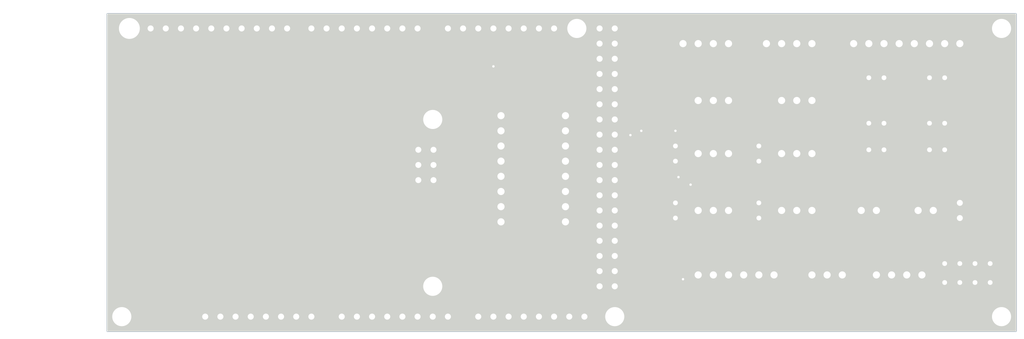
<source format=kicad_pcb>
(kicad_pcb (version 20171130) (host pcbnew "(5.0.1)-3")
  (layers (0 F.Cu signal) (31 B.Cu signal) (34 B.Paste user) (35 F.Paste user) (36 B.SilkS user) (37 F.SilkS user) (38 B.Mask user) (39 F.Mask user) (44 Edge.Cuts user))
  (net 0 "")
  (net 1 "Net-(XA1-PadGND3)")
  (net 2 "Net-(XA1-PadGND2)")
  (net 3 "Net-(XA1-PadRST1)")
  (net 4 "Net-(XA1-PadIORF)")
  (net 5 "Net-(XA1-PadD15)")
  (net 6 "Net-(XA1-PadD14)")
  (net 7 "Net-(XA1-PadD0)")
  (net 8 "Net-(XA1-PadD1)")
  (net 9 "Net-(XA1-PadD2)")
  (net 10 "Net-(XA1-PadD3)")
  (net 11 GND)
  (net 12 "Net-(XA1-PadAREF)")
  (net 13 "Net-(XA1-PadA5)")
  (net 14 "Net-(XA1-PadA6)")
  (net 15 "Net-(XA1-PadA11)")
  (net 16 "Net-(XA1-PadA12)")
  (net 17 "Net-(XA1-PadA13)")
  (net 18 "Net-(XA1-PadA14)")
  (net 19 "Net-(XA1-Pad5V3)")
  (net 20 "Net-(XA1-Pad5V4)")
  (net 21 "Net-(XA1-PadD22)")
  (net 22 "Net-(XA1-PadD23)")
  (net 23 "Net-(XA1-PadD24)")
  (net 24 "Net-(XA1-PadD25)")
  (net 25 "Net-(XA1-PadD27)")
  (net 26 "Net-(XA1-PadD45)")
  (net 27 "Net-(XA1-PadGND5)")
  (net 28 "Net-(XA1-PadGND6)")
  (net 29 +5V)
  (net 30 "Net-(R5-Pad1)")
  (net 31 "Net-(J4-Pad2)")
  (net 32 "Net-(J4-Pad3)")
  (net 33 "Net-(J4-Pad7)")
  (net 34 "Net-(J4-Pad6)")
  (net 35 Tacho_L1)
  (net 36 Tacho_L2)
  (net 37 "Net-(R6-Pad1)")
  (net 38 PWM_L2)
  (net 39 PWM_L1)
  (net 40 +12V)
  (net 41 "Net-(J10-Pad3)")
  (net 42 "Net-(J10-Pad2)")
  (net 43 "Net-(XA1-PadD53)")
  (net 44 L2)
  (net 45 "Net-(XA1-PadD47)")
  (net 46 "Net-(XA1-PadD49)")
  (net 47 "Net-(XA1-PadD51)")
  (net 48 TEMP4)
  (net 49 TEMP1)
  (net 50 TEMP2)
  (net 51 TEMP3)
  (net 52 "Net-(XA1-PadD37)")
  (net 53 "Net-(XA1-PadD39)")
  (net 54 DHT1)
  (net 55 DHT2)
  (net 56 "Net-(XA1-PadD35)")
  (net 57 "Net-(XA1-PadD36)")
  (net 58 "Net-(XA1-PadD38)")
  (net 59 L1)
  (net 60 TGS2600)
  (net 61 DRUCK2)
  (net 62 DRUCK1)
  (net 63 BP_POW)
  (net 64 BP_DIR)
  (net 65 SDA)
  (net 66 SCL)
  (net 67 CO2_RX)
  (net 68 CO2_TX)
  (net 69 "Net-(XA1-PadD52)")
  (net 70 "Net-(XA1-PadD50)")
  (net 71 "Net-(XA1-PadD4)")
  (net 72 "Net-(JP1-Pad1)")
  (net 73 "Net-(XA1-PadD5)")
  (net 74 "Net-(XA1-PadA7)")
  (net 75 "Net-(XA1-PadD26)")
  (net 76 "Net-(XA1-PadD34)")
  (net 77 "Net-(XA1-PadD48)")
  (net 78 "Net-(XA1-PadSCL)")
  (net 79 "Net-(XA1-PadSDA)")
  (net 80 "Net-(XA1-PadA8)")
  (net 81 +3V3)
  (net 82 LCD_RST)
  (net 83 LCD_CS)
  (net 84 LCD_RS)
  (net 85 LCD_WR)
  (net 86 LCD_RD)
  (net 87 LCD_D1)
  (net 88 LCD_D0)
  (net 89 LCD_D7)
  (net 90 LCD_D6)
  (net 91 LCD_D5)
  (net 92 LCD_D2)
  (net 93 LCD_D3)
  (net 94 LCD_D4)
  (module Resistors_THT:R_Axial_DIN0207_L6.3mm_D2.5mm_P2.54mm_Vertical (layer F.Cu) (at 182.88 93.345 90)
    (fp_text reference R1 (at 1.143 -2.794 180) (layer F.SilkS))
    (fp_text value 4.7k)
    (pad 1 thru_hole circle (at 0 0 90) (size 1.6 1.6) (drill 0.8) (layers *.Cu *.Mask) (net 29 +5V))
    (pad 2 thru_hole oval (at 2.54 0 90) (size 1.6 1.6) (drill 0.8) (layers *.Cu *.Mask) (net 49 TEMP1))
  )
  (module Arduino:Arduino_Mega2560_Shield_no_ICSP (layer F.Cu) (at 76.2 121.92)
    (fp_text reference XA1)
    (fp_text value Arduino_Mega2560_Shield)
    (fp_text user . (at 62.484 -32.004) (layer F.SilkS))
    (pad A0 thru_hole oval (at 50.8 -2.54) (size 1.7272 1.7272) (drill 1.016) (layers *.Cu *.Mask) (net 86 LCD_RD))
    (pad VIN thru_hole oval (at 45.72 -2.54) (size 1.7272 1.7272) (drill 1.016) (layers *.Cu *.Mask) (net 72 "Net-(JP1-Pad1)"))
    (pad GND3 thru_hole oval (at 43.18 -2.54) (size 1.7272 1.7272) (drill 1.016) (layers *.Cu *.Mask) (net 1 "Net-(XA1-PadGND3)"))
    (pad GND2 thru_hole oval (at 40.64 -2.54) (size 1.7272 1.7272) (drill 1.016) (layers *.Cu *.Mask) (net 2 "Net-(XA1-PadGND2)"))
    (pad 5V1 thru_hole oval (at 38.1 -2.54) (size 1.7272 1.7272) (drill 1.016) (layers *.Cu *.Mask) (net 29 +5V))
    (pad 3V3 thru_hole oval (at 35.56 -2.54) (size 1.7272 1.7272) (drill 1.016) (layers *.Cu *.Mask) (net 81 +3V3))
    (pad RST1 thru_hole oval (at 33.02 -2.54) (size 1.7272 1.7272) (drill 1.016) (layers *.Cu *.Mask) (net 3 "Net-(XA1-PadRST1)"))
    (pad IORF thru_hole oval (at 30.48 -2.54) (size 1.7272 1.7272) (drill 1.016) (layers *.Cu *.Mask) (net 4 "Net-(XA1-PadIORF)"))
    (pad D21 thru_hole oval (at 86.36 -50.8) (size 1.7272 1.7272) (drill 1.016) (layers *.Cu *.Mask) (net 66 SCL))
    (pad D20 thru_hole oval (at 83.82 -50.8) (size 1.7272 1.7272) (drill 1.016) (layers *.Cu *.Mask) (net 65 SDA))
    (pad D19 thru_hole oval (at 81.28 -50.8) (size 1.7272 1.7272) (drill 1.016) (layers *.Cu *.Mask) (net 36 Tacho_L2))
    (pad D18 thru_hole oval (at 78.74 -50.8) (size 1.7272 1.7272) (drill 1.016) (layers *.Cu *.Mask) (net 35 Tacho_L1))
    (pad D17 thru_hole oval (at 76.2 -50.8) (size 1.7272 1.7272) (drill 1.016) (layers *.Cu *.Mask) (net 68 CO2_TX))
    (pad D16 thru_hole oval (at 73.66 -50.8) (size 1.7272 1.7272) (drill 1.016) (layers *.Cu *.Mask) (net 67 CO2_RX))
    (pad D15 thru_hole oval (at 71.12 -50.8) (size 1.7272 1.7272) (drill 1.016) (layers *.Cu *.Mask) (net 5 "Net-(XA1-PadD15)"))
    (pad D14 thru_hole oval (at 68.58 -50.8) (size 1.7272 1.7272) (drill 1.016) (layers *.Cu *.Mask) (net 6 "Net-(XA1-PadD14)"))
    (pad D0 thru_hole oval (at 63.5 -50.8) (size 1.7272 1.7272) (drill 1.016) (layers *.Cu *.Mask) (net 7 "Net-(XA1-PadD0)"))
    (pad D1 thru_hole oval (at 60.96 -50.8) (size 1.7272 1.7272) (drill 1.016) (layers *.Cu *.Mask) (net 8 "Net-(XA1-PadD1)"))
    (pad D2 thru_hole oval (at 58.42 -50.8) (size 1.7272 1.7272) (drill 1.016) (layers *.Cu *.Mask) (net 9 "Net-(XA1-PadD2)"))
    (pad D3 thru_hole oval (at 55.88 -50.8) (size 1.7272 1.7272) (drill 1.016) (layers *.Cu *.Mask) (net 10 "Net-(XA1-PadD3)"))
    (pad D4 thru_hole oval (at 53.34 -50.8) (size 1.7272 1.7272) (drill 1.016) (layers *.Cu *.Mask) (net 71 "Net-(XA1-PadD4)"))
    (pad D5 thru_hole oval (at 50.8 -50.8) (size 1.7272 1.7272) (drill 1.016) (layers *.Cu *.Mask) (net 73 "Net-(XA1-PadD5)"))
    (pad D6 thru_hole oval (at 48.26 -50.8) (size 1.7272 1.7272) (drill 1.016) (layers *.Cu *.Mask) (net 87 LCD_D1))
    (pad D7 thru_hole oval (at 45.72 -50.8) (size 1.7272 1.7272) (drill 1.016) (layers *.Cu *.Mask) (net 88 LCD_D0))
    (pad GND1 thru_hole oval (at 26.416 -50.8) (size 1.7272 1.7272) (drill 1.016) (layers *.Cu *.Mask) (net 11 GND))
    (pad D8 thru_hole oval (at 41.656 -50.8) (size 1.7272 1.7272) (drill 1.016) (layers *.Cu *.Mask) (net 89 LCD_D7))
    (pad D9 thru_hole oval (at 39.116 -50.8) (size 1.7272 1.7272) (drill 1.016) (layers *.Cu *.Mask) (net 90 LCD_D6))
    (pad D10 thru_hole oval (at 36.576 -50.8) (size 1.7272 1.7272) (drill 1.016) (layers *.Cu *.Mask) (net 91 LCD_D5))
    (pad "" np_thru_hole circle (at 90.17 -50.8) (size 3.2 3.2) (drill 3.2) (layers *.Cu *.Mask))
    (pad "" np_thru_hole circle (at 96.52 -2.54) (size 3.2 3.2) (drill 3.2) (layers *.Cu *.Mask))
    (pad "" np_thru_hole circle (at 13.97 -2.54) (size 3.2 3.2) (drill 3.2) (layers *.Cu *.Mask))
    (pad SCL thru_hole oval (at 18.796 -50.8) (size 1.7272 1.7272) (drill 1.016) (layers *.Cu *.Mask) (net 78 "Net-(XA1-PadSCL)"))
    (pad SDA thru_hole oval (at 21.336 -50.8) (size 1.7272 1.7272) (drill 1.016) (layers *.Cu *.Mask) (net 79 "Net-(XA1-PadSDA)"))
    (pad AREF thru_hole oval (at 23.876 -50.8) (size 1.7272 1.7272) (drill 1.016) (layers *.Cu *.Mask) (net 12 "Net-(XA1-PadAREF)"))
    (pad D13 thru_hole oval (at 28.956 -50.8) (size 1.7272 1.7272) (drill 1.016) (layers *.Cu *.Mask) (net 92 LCD_D2))
    (pad D12 thru_hole oval (at 31.496 -50.8) (size 1.7272 1.7272) (drill 1.016) (layers *.Cu *.Mask) (net 93 LCD_D3))
    (pad D11 thru_hole oval (at 34.036 -50.8) (size 1.7272 1.7272) (drill 1.016) (layers *.Cu *.Mask) (net 94 LCD_D4))
    (pad "" thru_hole oval (at 27.94 -2.54) (size 1.7272 1.7272) (drill 1.016) (layers *.Cu *.Mask))
    (pad A1 thru_hole oval (at 53.34 -2.54) (size 1.7272 1.7272) (drill 1.016) (layers *.Cu *.Mask) (net 85 LCD_WR))
    (pad A2 thru_hole oval (at 55.88 -2.54) (size 1.7272 1.7272) (drill 1.016) (layers *.Cu *.Mask) (net 84 LCD_RS))
    (pad A3 thru_hole oval (at 58.42 -2.54) (size 1.7272 1.7272) (drill 1.016) (layers *.Cu *.Mask) (net 83 LCD_CS))
    (pad A4 thru_hole oval (at 60.96 -2.54) (size 1.7272 1.7272) (drill 1.016) (layers *.Cu *.Mask) (net 82 LCD_RST))
    (pad A5 thru_hole oval (at 63.5 -2.54) (size 1.7272 1.7272) (drill 1.016) (layers *.Cu *.Mask) (net 13 "Net-(XA1-PadA5)"))
    (pad A6 thru_hole oval (at 66.04 -2.54) (size 1.7272 1.7272) (drill 1.016) (layers *.Cu *.Mask) (net 14 "Net-(XA1-PadA6)"))
    (pad A7 thru_hole oval (at 68.58 -2.54) (size 1.7272 1.7272) (drill 1.016) (layers *.Cu *.Mask) (net 74 "Net-(XA1-PadA7)"))
    (pad A8 thru_hole oval (at 73.66 -2.54) (size 1.7272 1.7272) (drill 1.016) (layers *.Cu *.Mask) (net 80 "Net-(XA1-PadA8)"))
    (pad A9 thru_hole oval (at 76.2 -2.54) (size 1.7272 1.7272) (drill 1.016) (layers *.Cu *.Mask) (net 62 DRUCK1))
    (pad A10 thru_hole oval (at 78.74 -2.54) (size 1.7272 1.7272) (drill 1.016) (layers *.Cu *.Mask) (net 61 DRUCK2))
    (pad A11 thru_hole oval (at 81.28 -2.54) (size 1.7272 1.7272) (drill 1.016) (layers *.Cu *.Mask) (net 15 "Net-(XA1-PadA11)"))
    (pad A12 thru_hole oval (at 83.82 -2.54) (size 1.7272 1.7272) (drill 1.016) (layers *.Cu *.Mask) (net 16 "Net-(XA1-PadA12)"))
    (pad A13 thru_hole oval (at 86.36 -2.54) (size 1.7272 1.7272) (drill 1.016) (layers *.Cu *.Mask) (net 17 "Net-(XA1-PadA13)"))
    (pad A14 thru_hole oval (at 88.9 -2.54) (size 1.7272 1.7272) (drill 1.016) (layers *.Cu *.Mask) (net 18 "Net-(XA1-PadA14)"))
    (pad A15 thru_hole oval (at 91.44 -2.54) (size 1.7272 1.7272) (drill 1.016) (layers *.Cu *.Mask) (net 60 TGS2600))
    (pad 5V3 thru_hole oval (at 93.98 -50.8) (size 1.7272 1.7272) (drill 1.016) (layers *.Cu *.Mask) (net 19 "Net-(XA1-Pad5V3)"))
    (pad 5V4 thru_hole oval (at 96.52 -50.8) (size 1.7272 1.7272) (drill 1.016) (layers *.Cu *.Mask) (net 20 "Net-(XA1-Pad5V4)"))
    (pad D22 thru_hole oval (at 93.98 -48.26) (size 1.7272 1.7272) (drill 1.016) (layers *.Cu *.Mask) (net 21 "Net-(XA1-PadD22)"))
    (pad D23 thru_hole oval (at 96.52 -48.26) (size 1.7272 1.7272) (drill 1.016) (layers *.Cu *.Mask) (net 22 "Net-(XA1-PadD23)"))
    (pad D24 thru_hole oval (at 93.98 -45.72) (size 1.7272 1.7272) (drill 1.016) (layers *.Cu *.Mask) (net 23 "Net-(XA1-PadD24)"))
    (pad D25 thru_hole oval (at 96.52 -45.72) (size 1.7272 1.7272) (drill 1.016) (layers *.Cu *.Mask) (net 24 "Net-(XA1-PadD25)"))
    (pad D26 thru_hole oval (at 93.98 -43.18) (size 1.7272 1.7272) (drill 1.016) (layers *.Cu *.Mask) (net 75 "Net-(XA1-PadD26)"))
    (pad D27 thru_hole oval (at 96.52 -43.18) (size 1.7272 1.7272) (drill 1.016) (layers *.Cu *.Mask) (net 25 "Net-(XA1-PadD27)"))
    (pad D28 thru_hole oval (at 93.98 -40.64) (size 1.7272 1.7272) (drill 1.016) (layers *.Cu *.Mask) (net 54 DHT1))
    (pad D29 thru_hole oval (at 96.52 -40.64) (size 1.7272 1.7272) (drill 1.016) (layers *.Cu *.Mask) (net 55 DHT2))
    (pad D30 thru_hole oval (at 93.98 -38.1) (size 1.7272 1.7272) (drill 1.016) (layers *.Cu *.Mask) (net 49 TEMP1))
    (pad D31 thru_hole oval (at 96.52 -38.1) (size 1.7272 1.7272) (drill 1.016) (layers *.Cu *.Mask) (net 50 TEMP2))
    (pad D32 thru_hole oval (at 93.98 -35.56) (size 1.7272 1.7272) (drill 1.016) (layers *.Cu *.Mask) (net 51 TEMP3))
    (pad D33 thru_hole oval (at 96.52 -35.56) (size 1.7272 1.7272) (drill 1.016) (layers *.Cu *.Mask) (net 48 TEMP4))
    (pad D34 thru_hole oval (at 93.98 -33.02) (size 1.7272 1.7272) (drill 1.016) (layers *.Cu *.Mask) (net 76 "Net-(XA1-PadD34)"))
    (pad D35 thru_hole oval (at 96.52 -33.02) (size 1.7272 1.7272) (drill 1.016) (layers *.Cu *.Mask) (net 56 "Net-(XA1-PadD35)"))
    (pad D36 thru_hole oval (at 93.98 -30.48) (size 1.7272 1.7272) (drill 1.016) (layers *.Cu *.Mask) (net 57 "Net-(XA1-PadD36)"))
    (pad D37 thru_hole oval (at 96.52 -30.48) (size 1.7272 1.7272) (drill 1.016) (layers *.Cu *.Mask) (net 52 "Net-(XA1-PadD37)"))
    (pad D38 thru_hole oval (at 93.98 -27.94) (size 1.7272 1.7272) (drill 1.016) (layers *.Cu *.Mask) (net 58 "Net-(XA1-PadD38)"))
    (pad D39 thru_hole oval (at 96.52 -27.94) (size 1.7272 1.7272) (drill 1.016) (layers *.Cu *.Mask) (net 53 "Net-(XA1-PadD39)"))
    (pad D40 thru_hole oval (at 93.98 -25.4) (size 1.7272 1.7272) (drill 1.016) (layers *.Cu *.Mask) (net 63 BP_POW))
    (pad D41 thru_hole oval (at 96.52 -25.4) (size 1.7272 1.7272) (drill 1.016) (layers *.Cu *.Mask) (net 64 BP_DIR))
    (pad D42 thru_hole oval (at 93.98 -22.86) (size 1.7272 1.7272) (drill 1.016) (layers *.Cu *.Mask) (net 59 L1))
    (pad D43 thru_hole oval (at 96.52 -22.86) (size 1.7272 1.7272) (drill 1.016) (layers *.Cu *.Mask) (net 44 L2))
    (pad D44 thru_hole oval (at 93.98 -20.32) (size 1.7272 1.7272) (drill 1.016) (layers *.Cu *.Mask) (net 39 PWM_L1))
    (pad D45 thru_hole oval (at 96.52 -20.32) (size 1.7272 1.7272) (drill 1.016) (layers *.Cu *.Mask) (net 26 "Net-(XA1-PadD45)"))
    (pad D46 thru_hole oval (at 93.98 -17.78) (size 1.7272 1.7272) (drill 1.016) (layers *.Cu *.Mask) (net 38 PWM_L2))
    (pad D47 thru_hole oval (at 96.52 -17.78) (size 1.7272 1.7272) (drill 1.016) (layers *.Cu *.Mask) (net 45 "Net-(XA1-PadD47)"))
    (pad D48 thru_hole oval (at 93.98 -15.24) (size 1.7272 1.7272) (drill 1.016) (layers *.Cu *.Mask) (net 77 "Net-(XA1-PadD48)"))
    (pad D49 thru_hole oval (at 96.52 -15.24) (size 1.7272 1.7272) (drill 1.016) (layers *.Cu *.Mask) (net 46 "Net-(XA1-PadD49)"))
    (pad D50 thru_hole oval (at 93.98 -12.7) (size 1.7272 1.7272) (drill 1.016) (layers *.Cu *.Mask) (net 70 "Net-(XA1-PadD50)"))
    (pad D51 thru_hole oval (at 96.52 -12.7) (size 1.7272 1.7272) (drill 1.016) (layers *.Cu *.Mask) (net 47 "Net-(XA1-PadD51)"))
    (pad D52 thru_hole oval (at 93.98 -10.16) (size 1.7272 1.7272) (drill 1.016) (layers *.Cu *.Mask) (net 69 "Net-(XA1-PadD52)"))
    (pad D53 thru_hole oval (at 96.52 -10.16) (size 1.7272 1.7272) (drill 1.016) (layers *.Cu *.Mask) (net 43 "Net-(XA1-PadD53)"))
    (pad GND5 thru_hole oval (at 93.98 -7.62) (size 1.7272 1.7272) (drill 1.016) (layers *.Cu *.Mask) (net 27 "Net-(XA1-PadGND5)"))
    (pad GND6 thru_hole oval (at 96.52 -7.62) (size 1.7272 1.7272) (drill 1.016) (layers *.Cu *.Mask) (net 28 "Net-(XA1-PadGND6)"))
  )
  (module Mounting_Holes:MountingHole_3.5mm (layer F.Cu) (at 237.49 119.38)
    (fp_text reference "" (at 0 -4.5) (layer F.SilkS))
    (fp_text value MountingHole_3.5mm)
    (pad "" np_thru_hole circle (at 0 0) (size 3.5 3.5) (drill 3.2) (layers *.Cu *.Mask))
  )
  (module Mounting_Holes:MountingHole_3.5mm (layer F.Cu) (at 237.49 71.12)
    (fp_text reference "" (at 0 -4.5) (layer F.SilkS))
    (fp_text value MountingHole_3.5mm)
    (pad "" np_thru_hole circle (at 0 0) (size 3.5 3.5) (drill 3.2) (layers *.Cu *.Mask))
  )
  (module Connectors_Molex:Molex_KK-6410-08_08x2.54mm_Straight (layer F.Cu) (at 153.67 103.505 90)
    (fp_text reference J16 (at 1 -4.5 90) (layer F.SilkS))
    (fp_text value "TFT Display 2")
    (pad 1 thru_hole rect (at 0 0 90) (size 2 2.6) (drill 1.2) (layers *.Cu *.Mask) (net 92 LCD_D2))
    (pad 2 thru_hole oval (at 2.54 0 90) (size 2 2.6) (drill 1.2) (layers *.Cu *.Mask) (net 93 LCD_D3))
    (pad 3 thru_hole oval (at 5.08 0 90) (size 2 2.6) (drill 1.2) (layers *.Cu *.Mask) (net 94 LCD_D4))
    (pad 4 thru_hole oval (at 7.62 0 90) (size 2 2.6) (drill 1.2) (layers *.Cu *.Mask) (net 91 LCD_D5))
    (pad 5 thru_hole oval (at 10.16 0 90) (size 2 2.6) (drill 1.2) (layers *.Cu *.Mask) (net 90 LCD_D6))
    (pad 6 thru_hole oval (at 12.7 0 90) (size 2 2.6) (drill 1.2) (layers *.Cu *.Mask) (net 89 LCD_D7))
    (pad 7 thru_hole oval (at 15.24 0 90) (size 2 2.6) (drill 1.2) (layers *.Cu *.Mask) (net 88 LCD_D0))
    (pad 8 thru_hole oval (at 17.78 0 90) (size 2 2.6) (drill 1.2) (layers *.Cu *.Mask) (net 87 LCD_D1))
  )
  (module Connectors_Molex:Molex_KK-6410-08_08x2.54mm_Straight (layer F.Cu) (at 164.465 103.505 90)
    (fp_text reference J15 (at 1 -4.5 90) (layer F.SilkS))
    (fp_text value "TFT Display 1")
    (pad 1 thru_hole rect (at 0 0 90) (size 2 2.6) (drill 1.2) (layers *.Cu *.Mask) (net 82 LCD_RST))
    (pad 2 thru_hole oval (at 2.54 0 90) (size 2 2.6) (drill 1.2) (layers *.Cu *.Mask) (net 83 LCD_CS))
    (pad 3 thru_hole oval (at 5.08 0 90) (size 2 2.6) (drill 1.2) (layers *.Cu *.Mask) (net 84 LCD_RS))
    (pad 4 thru_hole oval (at 7.62 0 90) (size 2 2.6) (drill 1.2) (layers *.Cu *.Mask) (net 85 LCD_WR))
    (pad 5 thru_hole oval (at 10.16 0 90) (size 2 2.6) (drill 1.2) (layers *.Cu *.Mask) (net 86 LCD_RD))
    (pad 6 thru_hole oval (at 12.7 0 90) (size 2 2.6) (drill 1.2) (layers *.Cu *.Mask) (net 11 GND))
    (pad 7 thru_hole oval (at 15.24 0 90) (size 2 2.6) (drill 1.2) (layers *.Cu *.Mask) (net 29 +5V))
    (pad 8 thru_hole oval (at 17.78 0 90) (size 2 2.6) (drill 1.2) (layers *.Cu *.Mask) (net 81 +3V3))
  )
  (module Connector_PinHeader_2.54mm:PinHeader_1x02_P2.54mm_Vertical (layer F.Cu) (at 230.505 102.87 180)
    (fp_text reference JP1 (at -3.3 1.8 180) (layer F.SilkS))
    (fp_text value 12V_en (at -4.4 0.1 180) (layer F.SilkS))
    (pad 1 thru_hole rect (at 0 0 180) (size 1.7 1.7) (drill 1) (layers *.Cu *.Mask) (net 72 "Net-(JP1-Pad1)"))
    (pad 2 thru_hole oval (at 0 2.54 180) (size 1.7 1.7) (drill 1) (layers *.Cu *.Mask) (net 40 +12V))
  )
  (module Connector_Molex:Molex_KK-254_AE-6410-02A_1x02_P2.54mm_Vertical (layer F.Cu) (at 216.535 101.6 180)
    (fp_text reference J14 (at 1.27 -4.12 180) (layer F.SilkS))
    (fp_text value 5V (at 3.175 4.08 180) (layer F.SilkS))
    (pad 1 thru_hole rect (at 0 0 180) (size 1.74 2.2) (drill 1.2) (layers *.Cu *.Mask) (net 11 GND))
    (pad 2 thru_hole oval (at 2.54 0 180) (size 1.74 2.2) (drill 1.2) (layers *.Cu *.Mask) (net 29 +5V))
  )
  (module Connector_Molex:Molex_KK-254_AE-6410-02A_1x02_P2.54mm_Vertical (layer F.Cu) (at 226.06 101.6 180)
    (fp_text reference J9 (at 1.27 -4.12 180) (layer F.SilkS))
    (fp_text value 12V (at 3.048 4.08 180) (layer F.SilkS))
    (pad 1 thru_hole rect (at 0 0 180) (size 1.74 2.2) (drill 1.2) (layers *.Cu *.Mask) (net 11 GND))
    (pad 2 thru_hole oval (at 2.54 0 180) (size 1.74 2.2) (drill 1.2) (layers *.Cu *.Mask) (net 40 +12V))
  )
  (module Resistors_THT:R_Axial_DIN0207_L6.3mm_D2.5mm_P2.54mm_Vertical (layer F.Cu) (at 196.85 102.87 90)
    (fp_text reference R4 (at 4.445 0 180) (layer F.SilkS))
    (fp_text value 4.7k)
    (pad 1 thru_hole circle (at 0 0 90) (size 1.6 1.6) (drill 0.8) (layers *.Cu *.Mask) (net 29 +5V))
    (pad 2 thru_hole oval (at 2.54 0 90) (size 1.6 1.6) (drill 0.8) (layers *.Cu *.Mask) (net 48 TEMP4))
  )
  (module Resistors_THT:R_Axial_DIN0207_L6.3mm_D2.5mm_P2.54mm_Vertical (layer F.Cu) (at 182.88 102.87 90)
    (fp_text reference R2 (at 1.27 -2.794 180) (layer F.SilkS))
    (fp_text value 4.7k)
    (pad 1 thru_hole circle (at 0 0 90) (size 1.6 1.6) (drill 0.8) (layers *.Cu *.Mask) (net 29 +5V))
    (pad 2 thru_hole oval (at 2.54 0 90) (size 1.6 1.6) (drill 0.8) (layers *.Cu *.Mask) (net 50 TEMP2))
  )
  (module Resistors_THT:R_Axial_DIN0207_L6.3mm_D2.5mm_P2.54mm_Vertical (layer F.Cu) (at 196.85 93.345 90)
    (fp_text reference R3 (at 4.445 0 180) (layer F.SilkS))
    (fp_text value 4.7k)
    (pad 1 thru_hole circle (at 0 0 90) (size 1.6 1.6) (drill 0.8) (layers *.Cu *.Mask) (net 29 +5V))
    (pad 2 thru_hole oval (at 2.54 0 90) (size 1.6 1.6) (drill 0.8) (layers *.Cu *.Mask) (net 51 TEMP3))
  )
  (module Resistors_THT:R_Axial_DIN0207_L6.3mm_D2.5mm_P2.54mm_Vertical (layer F.Cu) (at 215.265 91.44)
    (fp_text reference R6 (at 5.08 0) (layer F.SilkS))
    (fp_text value 220)
    (pad 1 thru_hole circle (at 0 0) (size 1.6 1.6) (drill 0.8) (layers *.Cu *.Mask) (net 37 "Net-(R6-Pad1)"))
    (pad 2 thru_hole oval (at 2.54 0) (size 1.6 1.6) (drill 0.8) (layers *.Cu *.Mask) (net 39 PWM_L1))
  )
  (module Resistors_THT:R_Axial_DIN0207_L6.3mm_D2.5mm_P2.54mm_Vertical (layer F.Cu) (at 225.425 91.44)
    (fp_text reference R5 (at 5.08 0) (layer F.SilkS))
    (fp_text value 220)
    (pad 1 thru_hole circle (at 0 0) (size 1.6 1.6) (drill 0.8) (layers *.Cu *.Mask) (net 30 "Net-(R5-Pad1)"))
    (pad 2 thru_hole oval (at 2.54 0) (size 1.6 1.6) (drill 0.8) (layers *.Cu *.Mask) (net 38 PWM_L2))
  )
  (module Connector_Molex:Molex_KK-254_AE-6410-04A_1x04_P2.54mm_Vertical (layer F.Cu) (at 205.74 73.66 180)
    (fp_text reference J13 (at 3.81 3.81 180) (layer F.SilkS))
    (fp_text value CO2 (at 3.79 -4.3 180) (layer F.SilkS))
    (pad 1 thru_hole rect (at 0 0 180) (size 1.74 2.2) (drill 1.2) (layers *.Cu *.Mask) (net 11 GND))
    (pad 2 thru_hole oval (at 2.54 0 180) (size 1.74 2.2) (drill 1.2) (layers *.Cu *.Mask) (net 67 CO2_RX))
    (pad 3 thru_hole oval (at 5.08 0 180) (size 1.74 2.2) (drill 1.2) (layers *.Cu *.Mask) (net 68 CO2_TX))
    (pad 4 thru_hole oval (at 7.62 0 180) (size 1.74 2.2) (drill 1.2) (layers *.Cu *.Mask) (net 29 +5V))
  )
  (module Connector_Molex:Molex_KK-254_AE-6410-04A_1x04_P2.54mm_Vertical (layer F.Cu) (at 191.77 73.66 180)
    (fp_text reference J12 (at 3.81 3.81 180) (layer F.SilkS))
    (fp_text value I2C (at 3.79 -4.23 180) (layer F.SilkS))
    (pad 1 thru_hole rect (at 0 0 180) (size 1.74 2.2) (drill 1.2) (layers *.Cu *.Mask) (net 11 GND))
    (pad 2 thru_hole oval (at 2.54 0 180) (size 1.74 2.2) (drill 1.2) (layers *.Cu *.Mask) (net 65 SDA))
    (pad 3 thru_hole oval (at 5.08 0 180) (size 1.74 2.2) (drill 1.2) (layers *.Cu *.Mask) (net 66 SCL))
    (pad 4 thru_hole oval (at 7.62 0 180) (size 1.74 2.2) (drill 1.2) (layers *.Cu *.Mask) (net 29 +5V))
  )
  (module Connector_Molex:Molex_KK-254_AE-6410-03A_1x03_P2.54mm_Vertical (layer F.Cu) (at 210.82 112.395 180)
    (fp_text reference J11 (at 3.175 3.81 180) (layer F.SilkS))
    (fp_text value TGS2600 (at 2.54 -4.445 180) (layer F.SilkS))
    (pad 1 thru_hole rect (at 0 0 180) (size 1.74 2.2) (drill 1.2) (layers *.Cu *.Mask) (net 11 GND))
    (pad 2 thru_hole oval (at 2.54 0 180) (size 1.74 2.2) (drill 1.2) (layers *.Cu *.Mask) (net 60 TGS2600))
    (pad 3 thru_hole oval (at 5.08 0 180) (size 1.74 2.2) (drill 1.2) (layers *.Cu *.Mask) (net 29 +5V))
  )
  (module Resistor_THT:R_Axial_DIN0207_L6.3mm_D2.5mm_P2.54mm_Vertical (layer F.Cu) (at 227.965 110.49)
    (fp_text reference R10 (at 1.27 -3.81) (layer F.SilkS))
    (fp_text value 4.7k)
    (pad 1 thru_hole circle (at 0 0) (size 1.6 1.6) (drill 0.8) (layers *.Cu *.Mask) (net 41 "Net-(J10-Pad3)"))
    (pad 2 thru_hole oval (at 2.54 0) (size 1.6 1.6) (drill 0.8) (layers *.Cu *.Mask) (net 61 DRUCK2))
  )
  (module Resistor_THT:R_Axial_DIN0207_L6.3mm_D2.5mm_P2.54mm_Vertical (layer F.Cu) (at 235.585 110.49 180)
    (fp_text reference R8 (at 0 -2.54 180) (layer F.SilkS))
    (fp_text value 4.7k)
    (pad 1 thru_hole circle (at 0 0 180) (size 1.6 1.6) (drill 0.8) (layers *.Cu *.Mask) (net 11 GND))
    (pad 2 thru_hole oval (at 2.54 0 180) (size 1.6 1.6) (drill 0.8) (layers *.Cu *.Mask) (net 61 DRUCK2))
  )
  (module Resistor_THT:R_Axial_DIN0207_L6.3mm_D2.5mm_P2.54mm_Vertical (layer F.Cu) (at 227.965 113.665)
    (fp_text reference R9 (at 1.27 2.54) (layer F.SilkS))
    (fp_text value 4.7k)
    (pad 2 thru_hole oval (at 2.54 0) (size 1.6 1.6) (drill 0.8) (layers *.Cu *.Mask) (net 62 DRUCK1))
    (pad 1 thru_hole circle (at 0 0) (size 1.6 1.6) (drill 0.8) (layers *.Cu *.Mask) (net 42 "Net-(J10-Pad2)"))
  )
  (module Resistor_THT:R_Axial_DIN0207_L6.3mm_D2.5mm_P2.54mm_Vertical (layer F.Cu) (at 235.585 113.665 180)
    (fp_text reference R7 (at 1.27 -2.37 180) (layer F.SilkS))
    (fp_text value 4.7k)
    (pad 1 thru_hole circle (at 0 0 180) (size 1.6 1.6) (drill 0.8) (layers *.Cu *.Mask) (net 11 GND))
    (pad 2 thru_hole oval (at 2.54 0 180) (size 1.6 1.6) (drill 0.8) (layers *.Cu *.Mask) (net 62 DRUCK1))
  )
  (module Connector_Molex:Molex_KK-254_AE-6410-04A_1x04_P2.54mm_Vertical (layer F.Cu) (at 224.155 112.395 180)
    (fp_text reference J10 (at 4.445 3.81 180) (layer F.SilkS))
    (fp_text value Pressure (at 3.175 -4.445 180) (layer F.SilkS))
    (pad 1 thru_hole rect (at 0 0 180) (size 1.74 2.2) (drill 1.2) (layers *.Cu *.Mask) (net 40 +12V))
    (pad 2 thru_hole oval (at 2.54 0 180) (size 1.74 2.2) (drill 1.2) (layers *.Cu *.Mask) (net 42 "Net-(J10-Pad2)"))
    (pad 3 thru_hole oval (at 5.08 0 180) (size 1.74 2.2) (drill 1.2) (layers *.Cu *.Mask) (net 41 "Net-(J10-Pad3)"))
    (pad 4 thru_hole oval (at 7.62 0 180) (size 1.74 2.2) (drill 1.2) (layers *.Cu *.Mask) (net 11 GND))
  )
  (module Connector_Molex:Molex_KK-254_AE-6410-08A_1x08_P2.54mm_Vertical (layer F.Cu) (at 230.505 73.66 180)
    (fp_text reference J4 (at 8.89 3.81 180) (layer F.SilkS))
    (fp_text value "Fan control" (at 8.255 -3.81 180) (layer F.SilkS))
    (pad 1 thru_hole rect (at 0 0 180) (size 1.74 2.2) (drill 1.2) (layers *.Cu *.Mask) (net 36 Tacho_L2))
    (pad 2 thru_hole oval (at 2.54 0 180) (size 1.74 2.2) (drill 1.2) (layers *.Cu *.Mask) (net 31 "Net-(J4-Pad2)"))
    (pad 3 thru_hole oval (at 5.08 0 180) (size 1.74 2.2) (drill 1.2) (layers *.Cu *.Mask) (net 32 "Net-(J4-Pad3)"))
    (pad 4 thru_hole oval (at 7.62 0 180) (size 1.74 2.2) (drill 1.2) (layers *.Cu *.Mask) (net 11 GND))
    (pad 5 thru_hole oval (at 10.16 0 180) (size 1.74 2.2) (drill 1.2) (layers *.Cu *.Mask) (net 35 Tacho_L1))
    (pad 6 thru_hole oval (at 12.7 0 180) (size 1.74 2.2) (drill 1.2) (layers *.Cu *.Mask) (net 34 "Net-(J4-Pad6)"))
    (pad 7 thru_hole oval (at 15.24 0 180) (size 1.74 2.2) (drill 1.2) (layers *.Cu *.Mask) (net 33 "Net-(J4-Pad7)"))
    (pad 8 thru_hole oval (at 17.78 0 180) (size 1.74 2.2) (drill 1.2) (layers *.Cu *.Mask) (net 11 GND))
  )
  (module Connector_Molex:Molex_KK-254_AE-6410-03A_1x03_P2.54mm_Vertical (layer F.Cu) (at 205.74 83.185 180)
    (fp_text reference J3 (at -2.54 0 180) (layer F.SilkS))
    (fp_text value DHT2 (at 2.54 -3.81) (layer F.SilkS))
    (pad 1 thru_hole rect (at 0 0 180) (size 1.74 2.2) (drill 1.2) (layers *.Cu *.Mask) (net 11 GND))
    (pad 2 thru_hole oval (at 2.54 0 180) (size 1.74 2.2) (drill 1.2) (layers *.Cu *.Mask) (net 55 DHT2))
    (pad 3 thru_hole oval (at 5.08 0 180) (size 1.74 2.2) (drill 1.2) (layers *.Cu *.Mask) (net 29 +5V))
  )
  (module Connector_Molex:Molex_KK-254_AE-6410-03A_1x03_P2.54mm_Vertical (layer F.Cu) (at 191.77 101.6 180)
    (fp_text reference J6 (at -2.54 0 180) (layer F.SilkS))
    (fp_text value TEMP2 (at 2.54 -3.81) (layer F.SilkS))
    (pad 3 thru_hole oval (at 5.08 0 180) (size 1.74 2.2) (drill 1.2) (layers *.Cu *.Mask) (net 29 +5V))
    (pad 2 thru_hole oval (at 2.54 0 180) (size 1.74 2.2) (drill 1.2) (layers *.Cu *.Mask) (net 50 TEMP2))
    (pad 1 thru_hole rect (at 0 0 180) (size 1.74 2.2) (drill 1.2) (layers *.Cu *.Mask) (net 11 GND))
  )
  (module Connector_Molex:Molex_KK-254_AE-6410-03A_1x03_P2.54mm_Vertical (layer F.Cu) (at 205.74 92.075 180)
    (fp_text reference J7 (at -2.54 0 180) (layer F.SilkS))
    (fp_text value TEMP3 (at 2.54 -3.81) (layer F.SilkS))
    (pad 1 thru_hole rect (at 0 0 180) (size 1.74 2.2) (drill 1.2) (layers *.Cu *.Mask) (net 11 GND))
    (pad 2 thru_hole oval (at 2.54 0 180) (size 1.74 2.2) (drill 1.2) (layers *.Cu *.Mask) (net 51 TEMP3))
    (pad 3 thru_hole oval (at 5.08 0 180) (size 1.74 2.2) (drill 1.2) (layers *.Cu *.Mask) (net 29 +5V))
  )
  (module Connector_Molex:Molex_KK-254_AE-6410-03A_1x03_P2.54mm_Vertical (layer F.Cu) (at 205.74 101.6 180)
    (fp_text reference J8 (at -2.54 0) (layer F.SilkS))
    (fp_text value TEMP4 (at 2.54 -3.81) (layer F.SilkS))
    (pad 3 thru_hole oval (at 5.08 0 180) (size 1.74 2.2) (drill 1.2) (layers *.Cu *.Mask) (net 29 +5V))
    (pad 2 thru_hole oval (at 2.54 0 180) (size 1.74 2.2) (drill 1.2) (layers *.Cu *.Mask) (net 48 TEMP4))
    (pad 1 thru_hole rect (at 0 0 180) (size 1.74 2.2) (drill 1.2) (layers *.Cu *.Mask) (net 11 GND))
  )
  (module Connector_Molex:Molex_KK-254_AE-6410-03A_1x03_P2.54mm_Vertical (layer F.Cu) (at 191.77 83.185 180)
    (fp_text reference J2 (at -2.54 0) (layer F.SilkS))
    (fp_text value DHT1 (at 2.54 -3.81) (layer F.SilkS))
    (pad 1 thru_hole rect (at 0 0 180) (size 1.74 2.2) (drill 1.2) (layers *.Cu *.Mask) (net 11 GND))
    (pad 2 thru_hole oval (at 2.54 0 180) (size 1.74 2.2) (drill 1.2) (layers *.Cu *.Mask) (net 54 DHT1))
    (pad 3 thru_hole oval (at 5.08 0 180) (size 1.74 2.2) (drill 1.2) (layers *.Cu *.Mask) (net 29 +5V))
  )
  (module Connector_Molex:Molex_KK-254_AE-6410-06A_1x06_P2.54mm_Vertical (layer F.Cu) (at 199.39 112.395 180)
    (fp_text reference J1 (at 6.985 4.24 180) (layer F.SilkS))
    (fp_text value "Relay brd" (at 6.35 -4.445 180) (layer F.SilkS))
    (pad 1 thru_hole rect (at 0 0 180) (size 1.74 2.2) (drill 1.2) (layers *.Cu *.Mask) (net 11 GND))
    (pad 2 thru_hole oval (at 2.54 0 180) (size 1.74 2.2) (drill 1.2) (layers *.Cu *.Mask) (net 63 BP_POW))
    (pad 3 thru_hole oval (at 5.08 0 180) (size 1.74 2.2) (drill 1.2) (layers *.Cu *.Mask) (net 64 BP_DIR))
    (pad 4 thru_hole oval (at 7.62 0 180) (size 1.74 2.2) (drill 1.2) (layers *.Cu *.Mask) (net 59 L1))
    (pad 5 thru_hole oval (at 10.16 0 180) (size 1.74 2.2) (drill 1.2) (layers *.Cu *.Mask) (net 44 L2))
    (pad 6 thru_hole oval (at 12.7 0 180) (size 1.74 2.2) (drill 1.2) (layers *.Cu *.Mask) (net 29 +5V))
  )
  (module Connector_Molex:Molex_KK-254_AE-6410-03A_1x03_P2.54mm_Vertical (layer F.Cu) (at 191.77 92.075 180)
    (fp_text reference J5 (at -2.54 0 180) (layer F.SilkS))
    (fp_text value TEMP1 (at 2.54 -3.81) (layer F.SilkS))
    (pad 1 thru_hole rect (at 0 0 180) (size 1.74 2.2) (drill 1.2) (layers *.Cu *.Mask) (net 11 GND))
    (pad 2 thru_hole oval (at 2.54 0 180) (size 1.74 2.2) (drill 1.2) (layers *.Cu *.Mask) (net 49 TEMP1))
    (pad 3 thru_hole oval (at 5.08 0 180) (size 1.74 2.2) (drill 1.2) (layers *.Cu *.Mask) (net 29 +5V))
  )
  (module Package_DIP:DIP-4_W7.62mm (layer F.Cu) (at 215.265 86.995 90)
    (fp_text reference U2 (at 3.81 5.08 180) (layer F.SilkS))
    (fp_text value PC817)
    (pad 4 thru_hole oval (at 7.62 0 90) (size 1.6 1.6) (drill 0.8) (layers *.Cu *.Mask) (net 33 "Net-(J4-Pad7)"))
    (pad 2 thru_hole oval (at 0 2.54 90) (size 1.6 1.6) (drill 0.8) (layers *.Cu *.Mask) (net 11 GND))
    (pad 3 thru_hole oval (at 7.62 2.54 90) (size 1.6 1.6) (drill 0.8) (layers *.Cu *.Mask) (net 34 "Net-(J4-Pad6)"))
    (pad 1 thru_hole rect (at 0 0 90) (size 1.6 1.6) (drill 0.8) (layers *.Cu *.Mask) (net 37 "Net-(R6-Pad1)"))
  )
  (module Package_DIP:DIP-4_W7.62mm (layer F.Cu) (at 225.425 86.995 90)
    (fp_text reference U1 (at 3.81 5.08 180) (layer F.SilkS))
    (fp_text value PC817)
    (pad 1 thru_hole rect (at 0 0 90) (size 1.6 1.6) (drill 0.8) (layers *.Cu *.Mask) (net 30 "Net-(R5-Pad1)"))
    (pad 3 thru_hole oval (at 7.62 2.54 90) (size 1.6 1.6) (drill 0.8) (layers *.Cu *.Mask) (net 31 "Net-(J4-Pad2)"))
    (pad 2 thru_hole oval (at 0 2.54 90) (size 1.6 1.6) (drill 0.8) (layers *.Cu *.Mask) (net 11 GND))
    (pad 4 thru_hole oval (at 7.62 0 90) (size 1.6 1.6) (drill 0.8) (layers *.Cu *.Mask) (net 32 "Net-(J4-Pad3)"))
  )
  (module Pin_Headers:Pin_Header_Straight_2x03_Pitch2.54mm (layer F.Cu) (at 139.827 91.44)
    (fp_text reference ICSP (at -3.175 2.794 270) (layer F.SilkS))
    (fp_text value Pin_Header_Straight_2x03_Pitch2.54mm)
    (pad 1 thru_hole rect (at 0 0) (size 1.7 1.7) (drill 1) (layers *.Cu *.Mask))
    (pad 2 thru_hole oval (at 2.54 0) (size 1.7 1.7) (drill 1) (layers *.Cu *.Mask))
    (pad 3 thru_hole oval (at 0 2.54) (size 1.7 1.7) (drill 1) (layers *.Cu *.Mask))
    (pad 4 thru_hole oval (at 2.54 2.54) (size 1.7 1.7) (drill 1) (layers *.Cu *.Mask))
    (pad 5 thru_hole oval (at 0 5.08) (size 1.7 1.7) (drill 1) (layers *.Cu *.Mask))
    (pad 6 thru_hole oval (at 2.54 5.08) (size 1.7 1.7) (drill 1) (layers *.Cu *.Mask))
  )
  (module Mounting_Holes:MountingHole_3.5mm (layer F.Cu) (at 142.24 114.3)
    (fp_text reference "" (at 0 -4.5) (layer F.SilkS))
    (fp_text value MountingHole_3.5mm)
    (pad "" np_thru_hole circle (at 0 0) (size 3.5 3.5) (drill 3.2) (layers *.Cu *.Mask))
  )
  (module Mounting_Holes:MountingHole_3.5mm (layer F.Cu) (at 142.24 86.36)
    (fp_text reference "" (at 0 -4.5) (layer F.SilkS))
    (fp_text value MountingHole_3.5mm)
    (pad "" np_thru_hole circle (at 0 0) (size 3.2 3.2) (drill 3.2) (layers *.Cu *.Mask))
  )
  (module Mounting_Holes:MountingHole_3.5mm (layer F.Cu) (at 91.44 71.12)
    (fp_text reference "" (at 0 -4.5) (layer F.SilkS))
    (fp_text value MountingHole_3.5mm)
    (pad "" np_thru_hole circle (at 0 0) (size 3.5 3.5) (drill 3.5) (layers *.Cu *.Mask))
  )
  (gr_text GND (at 226.822 96.774 90) (layer F.SilkS) (effects (font (size 1 1))))
  (gr_text GND (at 217.17 96.774 90) (layer F.SilkS) (effects (font (size 1 1))))
  (gr_text https://github.com/svenjust/room-ventilation-system (at 99.06 102.87) (layer F.SilkS) (effects (font (size 1 1) (thickness 0.25)) (justify left)))
  (gr_text "TEMP1 - Outside air\nTEMP2 - Fresh air\nTEMP3 - Exhaust air\nTEMP4 - Outlet air" (at 99.06 95.25) (layer F.SilkS) (effects (font (size 1.5 1.5) (thickness 0.3)) (justify left)))
  (gr_text "Arduino-Ctrl\nPluggit P300/P450\nRev 0.23" (at 98.425 80.645) (layer F.SilkS) (effects (font (size 2 2) (thickness 0.3)) (justify left)))
  (segment (start 191.77 73.89) (end 191.77 73.66) (width 0.25) (layer B.Cu) (net 11))
  (segment (start 186.69 101.6) (end 186.69 92.075) (width 0.6) (layer F.Cu) (net 29))
  (segment (start 186.69 92.075) (end 186.69 83.185) (width 0.6) (layer F.Cu) (net 29))
  (segment (start 186.69 107.95) (end 186.69 101.6) (width 0.6) (layer F.Cu) (net 29))
  (segment (start 186.69 112.395) (end 186.69 107.95) (width 0.6) (layer F.Cu) (net 29))
  (segment (start 200.66 107.315) (end 200.66 101.6) (width 0.6) (layer F.Cu) (net 29))
  (segment (start 200.025 107.95) (end 200.66 107.315) (width 0.6) (layer F.Cu) (net 29))
  (segment (start 200.66 101.6) (end 200.66 92.075) (width 0.6) (layer F.Cu) (net 29))
  (segment (start 200.66 92.075) (end 200.66 83.185) (width 0.6) (layer F.Cu) (net 29))
  (segment (start 200.66 83.185) (end 200.66 79.375) (width 0.6) (layer F.Cu) (net 29))
  (segment (start 198.12 76.835) (end 198.12 73.66) (width 0.6) (layer F.Cu) (net 29))
  (segment (start 200.66 79.375) (end 198.12 76.835) (width 0.6) (layer F.Cu) (net 29))
  (segment (start 184.15 101.6) (end 182.88 102.87) (width 0.6) (layer F.Cu) (net 29))
  (segment (start 186.69 101.6) (end 184.15 101.6) (width 0.6) (layer F.Cu) (net 29))
  (segment (start 184.15 92.075) (end 182.88 93.345) (width 0.6) (layer F.Cu) (net 29))
  (segment (start 186.69 92.075) (end 184.15 92.075) (width 0.6) (layer F.Cu) (net 29))
  (segment (start 198.12 92.075) (end 196.85 93.345) (width 0.6) (layer F.Cu) (net 29))
  (segment (start 200.66 92.075) (end 198.12 92.075) (width 0.6) (layer F.Cu) (net 29))
  (segment (start 198.12 101.6) (end 196.85 102.87) (width 0.6) (layer F.Cu) (net 29))
  (segment (start 200.66 101.6) (end 198.12 101.6) (width 0.6) (layer F.Cu) (net 29))
  (segment (start 186.69 107.95) (end 203.962 107.95) (width 0.6) (layer F.Cu) (net 29))
  (segment (start 205.74 110.49) (end 205.74 112.395) (width 0.6) (layer F.Cu) (net 29))
  (segment (start 203.2 107.95) (end 205.74 110.49) (width 0.6) (layer F.Cu) (net 29))
  (segment (start 212.725 107.95) (end 213.995 106.68) (width 0.6) (layer F.Cu) (net 29))
  (segment (start 213.995 106.68) (end 213.995 101.6) (width 0.6) (layer F.Cu) (net 29))
  (segment (start 186.69 107.95) (end 186.394999 107.95) (width 0.6) (layer F.Cu) (net 29))
  (segment (start 186.394999 107.95) (end 178.435 115.909999) (width 0.6) (layer F.Cu) (net 29))
  (segment (start 114.3 119.38) (end 125.984 107.696) (width 0.6) (layer F.Cu) (net 29))
  (segment (start 163.407999 115.909999) (end 155.194 107.696) (width 0.6) (layer F.Cu) (net 29))
  (segment (start 164.338 115.909999) (end 163.407999 115.909999) (width 0.6) (layer F.Cu) (net 29))
  (segment (start 125.984 107.696) (end 155.194 107.696) (width 0.6) (layer F.Cu) (net 29))
  (segment (start 164.338 115.909999) (end 178.435 115.909999) (width 0.6) (layer F.Cu) (net 29))
  (segment (start 163.83 115.909999) (end 164.338 115.909999) (width 0.6) (layer F.Cu) (net 29))
  (segment (start 164.165 88.265) (end 164.465 88.265) (width 0.6) (layer F.Cu) (net 29))
  (segment (start 159.90401 92.52599) (end 164.165 88.265) (width 0.6) (layer F.Cu) (net 29))
  (segment (start 159.90401 103.750796) (end 159.90401 92.52599) (width 0.6) (layer F.Cu) (net 29))
  (segment (start 155.958806 107.696) (end 159.90401 103.750796) (width 0.6) (layer F.Cu) (net 29))
  (segment (start 155.194 107.696) (end 155.958806 107.696) (width 0.6) (layer F.Cu) (net 29))
  (segment (start 186.69 83.185) (end 186.69 81.28) (width 0.6) (layer F.Cu) (net 29))
  (segment (start 184.15 78.74) (end 184.15 73.66) (width 0.6) (layer F.Cu) (net 29))
  (segment (start 186.69 81.28) (end 184.15 78.74) (width 0.6) (layer F.Cu) (net 29))
  (segment (start 203.2 107.95) (end 203.962 107.95) (width 0.6) (layer F.Cu) (net 29))
  (segment (start 203.962 107.95) (end 212.725 107.95) (width 0.6) (layer F.Cu) (net 29))
  (segment (start 225.425 91.44) (end 225.425 86.995) (width 0.25) (layer F.Cu) (net 30))
  (segment (start 227.965 79.375) (end 227.965 73.66) (width 0.25) (layer F.Cu) (net 31))
  (segment (start 225.425 79.375) (end 225.425 73.66) (width 0.25) (layer F.Cu) (net 32))
  (segment (start 215.265 79.375) (end 215.265 73.66) (width 0.25) (layer F.Cu) (net 33))
  (segment (start 217.805 79.375) (end 217.805 73.66) (width 0.25) (layer F.Cu) (net 34))
  (segment (start 220.345 73.43) (end 220.345 73.66) (width 0.25) (layer B.Cu) (net 35))
  (segment (start 211.836 71.374) (end 218.289 71.374) (width 0.25) (layer B.Cu) (net 35))
  (segment (start 154.94 71.12) (end 160.02 76.2) (width 0.25) (layer B.Cu) (net 35))
  (segment (start 160.02 76.2) (end 165.816399 76.2) (width 0.25) (layer B.Cu) (net 35))
  (segment (start 210.043001 73.166999) (end 211.836 71.374) (width 0.25) (layer B.Cu) (net 35))
  (segment (start 165.816399 76.2) (end 169.545 79.928601) (width 0.25) (layer B.Cu) (net 35))
  (segment (start 169.545 79.928601) (end 209.123399 79.928601) (width 0.25) (layer B.Cu) (net 35))
  (segment (start 209.123399 79.928601) (end 210.043001 79.008999) (width 0.25) (layer B.Cu) (net 35))
  (segment (start 218.289 71.374) (end 220.345 73.43) (width 0.25) (layer B.Cu) (net 35))
  (segment (start 210.043001 79.008999) (end 210.043001 73.166999) (width 0.25) (layer B.Cu) (net 35))
  (segment (start 158.343599 71.983599) (end 157.48 71.12) (width 0.25) (layer B.Cu) (net 36))
  (segment (start 161.925 75.565) (end 158.343599 71.983599) (width 0.25) (layer B.Cu) (net 36))
  (segment (start 168.828601 77.388601) (end 167.005 75.565) (width 0.25) (layer B.Cu) (net 36))
  (segment (start 208.615399 77.388601) (end 168.828601 77.388601) (width 0.25) (layer B.Cu) (net 36))
  (segment (start 230.505 73.66) (end 230.505 73.43) (width 0.25) (layer B.Cu) (net 36))
  (segment (start 167.005 75.565) (end 161.925 75.565) (width 0.25) (layer B.Cu) (net 36))
  (segment (start 227.998991 70.923991) (end 211.649599 70.923991) (width 0.25) (layer B.Cu) (net 36))
  (segment (start 211.649599 70.923991) (end 209.16759 73.406) (width 0.25) (layer B.Cu) (net 36))
  (segment (start 209.16759 73.406) (end 209.16759 76.83641) (width 0.25) (layer B.Cu) (net 36))
  (segment (start 230.505 73.43) (end 227.998991 70.923991) (width 0.25) (layer B.Cu) (net 36))
  (segment (start 209.16759 76.83641) (end 208.615399 77.388601) (width 0.25) (layer B.Cu) (net 36))
  (segment (start 215.265 91.44) (end 215.265 86.995) (width 0.25) (layer F.Cu) (net 37))
  (via (at 185.42 97.282) (size 0.8) (drill 0.4) (layers F.Cu B.Cu) (net 38))
  (segment (start 183.388 97.282) (end 185.42 97.282) (width 0.25) (layer F.Cu) (net 38))
  (segment (start 177.881399 102.788601) (end 183.388 97.282) (width 0.25) (layer F.Cu) (net 38))
  (segment (start 170.18 104.14) (end 171.531399 102.788601) (width 0.25) (layer F.Cu) (net 38))
  (segment (start 171.531399 102.788601) (end 177.881399 102.788601) (width 0.25) (layer F.Cu) (net 38))
  (segment (start 185.42 97.282) (end 186.182 96.52) (width 0.25) (layer B.Cu) (net 38))
  (segment (start 222.885 96.52) (end 227.965 91.44) (width 0.25) (layer B.Cu) (net 38))
  (segment (start 186.182 96.52) (end 222.885 96.52) (width 0.25) (layer B.Cu) (net 38))
  (via (at 183.388 96.012) (size 0.8) (drill 0.4) (layers F.Cu B.Cu) (net 39))
  (segment (start 178.988601 100.411399) (end 183.388 96.012) (width 0.25) (layer F.Cu) (net 39))
  (segment (start 171.368601 100.411399) (end 178.988601 100.411399) (width 0.25) (layer F.Cu) (net 39))
  (segment (start 170.18 101.6) (end 171.368601 100.411399) (width 0.25) (layer F.Cu) (net 39))
  (segment (start 213.233 96.012) (end 217.805 91.44) (width 0.25) (layer B.Cu) (net 39))
  (segment (start 183.388 96.012) (end 213.233 96.012) (width 0.25) (layer B.Cu) (net 39))
  (segment (start 229.655001 99.480001) (end 230.505 100.33) (width 0.6) (layer F.Cu) (net 40))
  (segment (start 223.939999 99.480001) (end 229.655001 99.480001) (width 0.6) (layer F.Cu) (net 40))
  (segment (start 223.52 99.9) (end 223.939999 99.480001) (width 0.6) (layer F.Cu) (net 40))
  (segment (start 223.52 101.6) (end 223.52 99.9) (width 0.6) (layer F.Cu) (net 40))
  (segment (start 223.52 103.3) (end 224.155 103.935) (width 0.6) (layer F.Cu) (net 40))
  (segment (start 223.52 101.6) (end 223.52 103.3) (width 0.6) (layer F.Cu) (net 40))
  (segment (start 224.155 103.935) (end 224.155 112.395) (width 0.6) (layer F.Cu) (net 40))
  (segment (start 219.075 112.165) (end 219.075 112.395) (width 0.25) (layer B.Cu) (net 41))
  (segment (start 227.965 110.49) (end 220.75 110.49) (width 0.25) (layer B.Cu) (net 41))
  (segment (start 220.75 110.49) (end 219.075 112.165) (width 0.25) (layer B.Cu) (net 41))
  (segment (start 227.965 113.665) (end 227.165001 114.464999) (width 0.25) (layer B.Cu) (net 42))
  (segment (start 221.615 112.625) (end 221.615 112.395) (width 0.25) (layer B.Cu) (net 42))
  (segment (start 227.165001 114.464999) (end 223.454999 114.464999) (width 0.25) (layer B.Cu) (net 42))
  (segment (start 221.615 113.745) (end 221.615 112.395) (width 0.25) (layer B.Cu) (net 42))
  (segment (start 222.334999 114.464999) (end 221.615 113.745) (width 0.25) (layer B.Cu) (net 42))
  (segment (start 223.454999 114.464999) (end 222.334999 114.464999) (width 0.25) (layer B.Cu) (net 42))
  (segment (start 184.866399 108.031399) (end 189.23 112.395) (width 0.25) (layer B.Cu) (net 44))
  (segment (start 176.53 108.031399) (end 184.866399 108.031399) (width 0.25) (layer B.Cu) (net 44))
  (segment (start 175.26 106.761399) (end 176.53 108.031399) (width 0.25) (layer B.Cu) (net 44))
  (segment (start 175.26 100.33) (end 175.26 106.761399) (width 0.25) (layer B.Cu) (net 44))
  (segment (start 172.72 99.06) (end 173.99 99.06) (width 0.25) (layer B.Cu) (net 44))
  (segment (start 173.99 99.06) (end 175.26 100.33) (width 0.25) (layer B.Cu) (net 44))
  (segment (start 203.2 101.37) (end 203.2 101.6) (width 0.25) (layer B.Cu) (net 48))
  (segment (start 201.360001 99.530001) (end 203.2 101.37) (width 0.25) (layer B.Cu) (net 48))
  (segment (start 196.85 100.33) (end 197.649999 99.530001) (width 0.25) (layer B.Cu) (net 48))
  (segment (start 197.649999 99.530001) (end 201.360001 99.530001) (width 0.25) (layer B.Cu) (net 48))
  (segment (start 196.050001 99.530001) (end 196.85 100.33) (width 0.25) (layer B.Cu) (net 48))
  (segment (start 172.72 86.36) (end 177.165 86.36) (width 0.25) (layer B.Cu) (net 48))
  (segment (start 177.165 86.36) (end 178.435 87.63) (width 0.25) (layer B.Cu) (net 48))
  (segment (start 178.435 87.63) (end 178.435 94.615) (width 0.25) (layer B.Cu) (net 48))
  (segment (start 178.435 94.615) (end 182.899991 99.079991) (width 0.25) (layer B.Cu) (net 48))
  (segment (start 182.899991 99.079991) (end 195.599991 99.079991) (width 0.25) (layer B.Cu) (net 48))
  (segment (start 195.599991 99.079991) (end 196.050001 99.530001) (width 0.25) (layer B.Cu) (net 48))
  (segment (start 182.080001 90.005001) (end 182.88 90.805) (width 0.25) (layer B.Cu) (net 49))
  (segment (start 177.246399 85.171399) (end 182.080001 90.005001) (width 0.25) (layer B.Cu) (net 49))
  (segment (start 171.531399 85.171399) (end 177.246399 85.171399) (width 0.25) (layer B.Cu) (net 49))
  (segment (start 170.18 83.82) (end 171.531399 85.171399) (width 0.25) (layer B.Cu) (net 49))
  (segment (start 189.23 91.845) (end 189.23 92.075) (width 0.25) (layer B.Cu) (net 49))
  (segment (start 187.390001 90.005001) (end 189.23 91.845) (width 0.25) (layer B.Cu) (net 49))
  (segment (start 183.679999 90.005001) (end 187.390001 90.005001) (width 0.25) (layer B.Cu) (net 49))
  (segment (start 182.88 90.805) (end 183.679999 90.005001) (width 0.25) (layer B.Cu) (net 49))
  (segment (start 189.23 101.37) (end 189.23 101.6) (width 0.25) (layer B.Cu) (net 50))
  (segment (start 187.390001 99.530001) (end 189.23 101.37) (width 0.25) (layer B.Cu) (net 50))
  (segment (start 183.679999 99.530001) (end 187.390001 99.530001) (width 0.25) (layer B.Cu) (net 50))
  (segment (start 182.88 100.33) (end 183.679999 99.530001) (width 0.25) (layer B.Cu) (net 50))
  (segment (start 182.080001 99.530001) (end 182.88 100.33) (width 0.25) (layer B.Cu) (net 50))
  (segment (start 175.341399 92.791399) (end 182.080001 99.530001) (width 0.25) (layer B.Cu) (net 50))
  (segment (start 175.341399 92.791399) (end 175.341399 88.981399) (width 0.25) (layer B.Cu) (net 50))
  (via (at 175.341399 88.981399) (size 0.8) (drill 0.4) (layers F.Cu B.Cu) (net 50))
  (segment (start 175.341399 86.441399) (end 172.72 83.82) (width 0.25) (layer F.Cu) (net 50))
  (segment (start 175.341399 88.981399) (end 175.341399 86.441399) (width 0.25) (layer F.Cu) (net 50))
  (segment (start 203.2 91.845) (end 203.2 92.075) (width 0.25) (layer B.Cu) (net 51))
  (segment (start 201.360001 90.005001) (end 203.2 91.845) (width 0.25) (layer B.Cu) (net 51))
  (segment (start 196.85 90.805) (end 197.649999 90.005001) (width 0.25) (layer B.Cu) (net 51))
  (segment (start 197.649999 90.005001) (end 198.755 90.005001) (width 0.25) (layer B.Cu) (net 51))
  (segment (start 198.284999 90.005001) (end 198.755 90.005001) (width 0.25) (layer B.Cu) (net 51))
  (segment (start 198.755 90.005001) (end 201.360001 90.005001) (width 0.25) (layer B.Cu) (net 51))
  (via (at 177.165 88.265) (size 0.8) (drill 0.4) (layers F.Cu B.Cu) (net 51))
  (via (at 182.88 88.265) (size 0.8) (drill 0.4) (layers F.Cu B.Cu) (net 51))
  (segment (start 170.18 86.36) (end 171.531399 87.711399) (width 0.25) (layer B.Cu) (net 51))
  (segment (start 176.611399 87.711399) (end 177.165 88.265) (width 0.25) (layer B.Cu) (net 51))
  (segment (start 171.531399 87.711399) (end 176.611399 87.711399) (width 0.25) (layer B.Cu) (net 51))
  (segment (start 177.165 88.265) (end 182.88 88.265) (width 0.25) (layer F.Cu) (net 51))
  (segment (start 194.31 88.265) (end 196.85 90.805) (width 0.25) (layer B.Cu) (net 51))
  (segment (start 182.88 88.265) (end 194.31 88.265) (width 0.25) (layer B.Cu) (net 51))
  (segment (start 189.23 83.415) (end 189.23 83.185) (width 0.25) (layer B.Cu) (net 54))
  (segment (start 187.93499 84.71001) (end 189.23 83.415) (width 0.25) (layer B.Cu) (net 54))
  (segment (start 186.15359 84.71001) (end 187.93499 84.71001) (width 0.25) (layer B.Cu) (net 54))
  (segment (start 183.912181 82.468601) (end 186.15359 84.71001) (width 0.25) (layer B.Cu) (net 54))
  (segment (start 171.368601 82.468601) (end 183.912181 82.468601) (width 0.25) (layer B.Cu) (net 54))
  (segment (start 170.18 81.28) (end 171.368601 82.468601) (width 0.25) (layer B.Cu) (net 54))
  (segment (start 203.2 82.955) (end 203.2 83.185) (width 0.25) (layer B.Cu) (net 55))
  (segment (start 201.525 81.28) (end 203.2 82.955) (width 0.25) (layer B.Cu) (net 55))
  (segment (start 172.72 81.28) (end 201.525 81.28) (width 0.25) (layer B.Cu) (net 55))
  (segment (start 191.77 112.625) (end 191.77 112.395) (width 0.25) (layer B.Cu) (net 59))
  (segment (start 190.47499 113.92001) (end 191.77 112.625) (width 0.25) (layer B.Cu) (net 59))
  (segment (start 186.15359 113.92001) (end 190.47499 113.92001) (width 0.25) (layer B.Cu) (net 59))
  (segment (start 170.18 99.06) (end 171.531399 100.411399) (width 0.25) (layer B.Cu) (net 59))
  (segment (start 171.531399 100.411399) (end 173.290529 100.411399) (width 0.25) (layer B.Cu) (net 59))
  (segment (start 175.895 108.585) (end 183.515 108.585) (width 0.25) (layer B.Cu) (net 59))
  (segment (start 184.15 109.22) (end 184.15 111.91642) (width 0.25) (layer B.Cu) (net 59))
  (segment (start 183.515 108.585) (end 184.15 109.22) (width 0.25) (layer B.Cu) (net 59))
  (segment (start 184.15 111.91642) (end 186.15359 113.92001) (width 0.25) (layer B.Cu) (net 59))
  (segment (start 174.47913 107.16913) (end 175.895 108.585) (width 0.25) (layer B.Cu) (net 59))
  (segment (start 174.47913 101.6) (end 174.47913 107.16913) (width 0.25) (layer B.Cu) (net 59))
  (segment (start 173.290529 100.411399) (end 174.47913 101.6) (width 0.25) (layer B.Cu) (net 59))
  (segment (start 208.28 112.625) (end 208.28 112.395) (width 0.25) (layer B.Cu) (net 60))
  (segment (start 204.88499 116.02001) (end 208.28 112.625) (width 0.25) (layer B.Cu) (net 60))
  (segment (start 170.99999 116.02001) (end 204.88499 116.02001) (width 0.25) (layer B.Cu) (net 60))
  (segment (start 167.64 119.38) (end 170.99999 116.02001) (width 0.25) (layer B.Cu) (net 60))
  (segment (start 230.505 110.49) (end 233.045 110.49) (width 0.25) (layer B.Cu) (net 61))
  (segment (start 158.75 115.57) (end 154.94 119.38) (width 0.25) (layer B.Cu) (net 61))
  (segment (start 230.505 110.49) (end 228.996002 108.981002) (width 0.25) (layer B.Cu) (net 61))
  (segment (start 228.996002 108.981002) (end 218.694 108.981002) (width 0.25) (layer B.Cu) (net 61))
  (segment (start 203.454 114.808) (end 202.692 115.57) (width 0.25) (layer B.Cu) (net 61))
  (segment (start 218.694 108.981002) (end 217.17 110.505002) (width 0.25) (layer B.Cu) (net 61))
  (segment (start 217.17 110.505002) (end 205.216998 110.505002) (width 0.25) (layer B.Cu) (net 61))
  (segment (start 202.692 115.57) (end 158.75 115.57) (width 0.25) (layer B.Cu) (net 61))
  (segment (start 205.216998 110.505002) (end 203.454 112.268) (width 0.25) (layer B.Cu) (net 61))
  (segment (start 203.454 112.268) (end 203.454 114.808) (width 0.25) (layer B.Cu) (net 61))
  (segment (start 229.87 113.665) (end 232.41 113.665) (width 0.25) (layer B.Cu) (net 62))
  (segment (start 158.668601 113.111399) (end 184.15 113.111399) (width 0.25) (layer B.Cu) (net 62))
  (segment (start 152.4 119.38) (end 158.668601 113.111399) (width 0.25) (layer B.Cu) (net 62))
  (segment (start 230.505 114.79637) (end 229.47737 115.824) (width 0.25) (layer F.Cu) (net 62))
  (segment (start 230.505 113.665) (end 230.505 114.79637) (width 0.25) (layer F.Cu) (net 62))
  (via (at 184.15 113.111399) (size 0.8) (drill 0.4) (layers F.Cu B.Cu) (net 62))
  (segment (start 186.862601 115.824) (end 201.93 115.824) (width 0.25) (layer F.Cu) (net 62))
  (segment (start 184.15 113.111399) (end 186.862601 115.824) (width 0.25) (layer F.Cu) (net 62))
  (segment (start 229.47737 115.824) (end 201.93 115.824) (width 0.25) (layer F.Cu) (net 62))
  (segment (start 201.93 115.824) (end 199.009 115.824) (width 0.25) (layer F.Cu) (net 62))
  (segment (start 196.85 112.165) (end 196.85 112.395) (width 0.25) (layer B.Cu) (net 63))
  (segment (start 195.20498 110.51998) (end 196.85 112.165) (width 0.25) (layer B.Cu) (net 63))
  (segment (start 188.6278 110.51998) (end 195.20498 110.51998) (width 0.25) (layer B.Cu) (net 63))
  (segment (start 184.78782 106.68) (end 188.6278 110.51998) (width 0.25) (layer B.Cu) (net 63))
  (segment (start 170.18 96.52) (end 171.368601 95.331399) (width 0.25) (layer B.Cu) (net 63))
  (segment (start 171.368601 95.331399) (end 174.071399 95.331399) (width 0.25) (layer B.Cu) (net 63))
  (segment (start 174.071399 95.331399) (end 176.53 97.79) (width 0.25) (layer B.Cu) (net 63))
  (segment (start 176.53 97.79) (end 176.53 106.045) (width 0.25) (layer B.Cu) (net 63))
  (segment (start 176.53 106.045) (end 177.165 106.68) (width 0.25) (layer B.Cu) (net 63))
  (segment (start 177.165 106.68) (end 184.78782 106.68) (width 0.25) (layer B.Cu) (net 63))
  (segment (start 194.31 112.165) (end 194.31 112.395) (width 0.25) (layer B.Cu) (net 64))
  (segment (start 193.11499 110.96999) (end 194.31 112.165) (width 0.25) (layer B.Cu) (net 64))
  (segment (start 188.4414 110.96999) (end 193.11499 110.96999) (width 0.25) (layer B.Cu) (net 64))
  (segment (start 172.72 96.52) (end 173.99141 96.52) (width 0.25) (layer B.Cu) (net 64))
  (segment (start 175.89641 98.425) (end 175.89641 106.68141) (width 0.25) (layer B.Cu) (net 64))
  (segment (start 173.99141 96.52) (end 175.89641 98.425) (width 0.25) (layer B.Cu) (net 64))
  (segment (start 176.52859 107.31359) (end 184.785 107.31359) (width 0.25) (layer B.Cu) (net 64))
  (segment (start 175.89641 106.68141) (end 176.52859 107.31359) (width 0.25) (layer B.Cu) (net 64))
  (segment (start 184.785 107.31359) (end 188.4414 110.96999) (width 0.25) (layer B.Cu) (net 64))
  (segment (start 189.23 73.66) (end 189.23 73.43) (width 0.25) (layer B.Cu) (net 65))
  (segment (start 189.23 74.93) (end 189.23 73.66) (width 0.25) (layer B.Cu) (net 65))
  (segment (start 187.96 76.2) (end 189.23 74.93) (width 0.25) (layer B.Cu) (net 65))
  (segment (start 181.61 76.2) (end 187.96 76.2) (width 0.25) (layer B.Cu) (net 65))
  (segment (start 180.34 74.93) (end 181.61 76.2) (width 0.25) (layer B.Cu) (net 65))
  (segment (start 160.02 71.12) (end 163.83 74.93) (width 0.25) (layer B.Cu) (net 65))
  (segment (start 163.83 74.93) (end 180.34 74.93) (width 0.25) (layer B.Cu) (net 65))
  (segment (start 186.69 73.89) (end 186.69 73.66) (width 0.25) (layer B.Cu) (net 66))
  (segment (start 162.56 71.12) (end 165.1 73.66) (width 0.25) (layer B.Cu) (net 66))
  (segment (start 165.1 73.66) (end 167.64 73.66) (width 0.25) (layer B.Cu) (net 66))
  (segment (start 167.64 73.66) (end 168.991399 72.308601) (width 0.25) (layer B.Cu) (net 66))
  (segment (start 168.991399 72.308601) (end 173.99 72.308601) (width 0.25) (layer B.Cu) (net 66))
  (segment (start 186.69 73.43) (end 186.69 73.66) (width 0.25) (layer B.Cu) (net 66))
  (segment (start 184.38 71.12) (end 186.69 73.43) (width 0.25) (layer B.Cu) (net 66))
  (segment (start 175.178601 71.12) (end 184.38 71.12) (width 0.25) (layer B.Cu) (net 66))
  (segment (start 173.99 72.308601) (end 175.178601 71.12) (width 0.25) (layer B.Cu) (net 66))
  (segment (start 203.2 72.31) (end 201.375 70.485) (width 0.25) (layer F.Cu) (net 67))
  (segment (start 203.2 73.66) (end 203.2 72.31) (width 0.25) (layer F.Cu) (net 67))
  (segment (start 150.723599 71.983599) (end 149.86 71.12) (width 0.25) (layer F.Cu) (net 67))
  (segment (start 153.588601 74.848601) (end 150.723599 71.983599) (width 0.25) (layer F.Cu) (net 67))
  (segment (start 173.290529 74.848601) (end 153.588601 74.848601) (width 0.25) (layer F.Cu) (net 67))
  (segment (start 177.65413 70.485) (end 173.290529 74.848601) (width 0.25) (layer F.Cu) (net 67))
  (segment (start 201.375 70.485) (end 177.65413 70.485) (width 0.25) (layer F.Cu) (net 67))
  (segment (start 200.66 72.31) (end 200.105 71.755) (width 0.25) (layer F.Cu) (net 68))
  (segment (start 200.66 73.66) (end 200.66 72.31) (width 0.25) (layer F.Cu) (net 68))
  (segment (start 178.92413 71.755) (end 173.20913 77.47) (width 0.25) (layer F.Cu) (net 68))
  (segment (start 200.105 71.755) (end 178.92413 71.755) (width 0.25) (layer F.Cu) (net 68))
  (segment (start 173.20913 77.47) (end 152.4 77.47) (width 0.25) (layer F.Cu) (net 68))
  (via (at 152.4 77.47) (size 0.8) (drill 0.4) (layers F.Cu B.Cu) (net 68))
  (segment (start 152.4 77.47) (end 152.4 71.12) (width 0.25) (layer B.Cu) (net 68))
  (segment (start 231.955 102.87) (end 230.505 102.87) (width 0.6) (layer F.Cu) (net 72))
  (segment (start 237.620001 108.535001) (end 231.955 102.87) (width 0.6) (layer F.Cu) (net 72))
  (segment (start 132.588 108.712) (end 153.838001 108.712) (width 0.6) (layer F.Cu) (net 72))
  (segment (start 121.92 119.38) (end 132.588 108.712) (width 0.6) (layer F.Cu) (net 72))
  (segment (start 153.838001 108.712) (end 162.306 117.179999) (width 0.6) (layer F.Cu) (net 72))
  (segment (start 162.306 117.179999) (end 234.777003 117.179999) (width 0.6) (layer F.Cu) (net 72))
  (segment (start 234.777003 117.179999) (end 237.620001 114.337001) (width 0.6) (layer F.Cu) (net 72))
  (segment (start 237.620001 114.337001) (end 237.620001 108.535001) (width 0.6) (layer F.Cu) (net 72))
  (segment (start 115.57 115.57) (end 116.130011 115.009989) (width 0.6) (layer F.Cu) (net 81))
  (segment (start 111.76 119.38) (end 115.57 115.57) (width 0.6) (layer F.Cu) (net 81))
  (segment (start 164.165 85.725) (end 164.465 85.725) (width 0.6) (layer F.Cu) (net 81))
  (segment (start 159.004 90.886) (end 164.165 85.725) (width 0.6) (layer F.Cu) (net 81))
  (segment (start 159.004 103.378) (end 159.004 90.886) (width 0.6) (layer F.Cu) (net 81))
  (segment (start 155.702 106.68) (end 159.004 103.378) (width 0.6) (layer F.Cu) (net 81))
  (segment (start 115.57 115.57) (end 124.46 106.68) (width 0.6) (layer F.Cu) (net 81))
  (segment (start 124.46 106.68) (end 155.702 106.68) (width 0.6) (layer F.Cu) (net 81))
  (segment (start 164.465 104.755) (end 164.465 103.505) (width 0.25) (layer B.Cu) (net 82))
  (segment (start 160.508 108.712) (end 164.465 104.755) (width 0.25) (layer B.Cu) (net 82))
  (segment (start 137.16 111.76) (end 140.208 108.712) (width 0.25) (layer B.Cu) (net 82))
  (segment (start 140.208 108.712) (end 160.508 108.712) (width 0.25) (layer B.Cu) (net 82))
  (segment (start 137.16 119.38) (end 137.16 111.76) (width 0.25) (layer B.Cu) (net 82))
  (segment (start 164.165 100.965) (end 164.465 100.965) (width 0.25) (layer B.Cu) (net 83))
  (segment (start 134.62 113.538) (end 139.954 108.204) (width 0.25) (layer B.Cu) (net 83))
  (segment (start 134.62 119.38) (end 134.62 113.538) (width 0.25) (layer B.Cu) (net 83))
  (segment (start 139.954 108.204) (end 159.639 108.204) (width 0.25) (layer B.Cu) (net 83))
  (segment (start 159.639 108.204) (end 161.925 105.918) (width 0.25) (layer B.Cu) (net 83))
  (segment (start 161.925 105.918) (end 161.925 103.205) (width 0.25) (layer B.Cu) (net 83))
  (segment (start 161.925 103.205) (end 164.165 100.965) (width 0.25) (layer B.Cu) (net 83))
  (segment (start 164.165 98.425) (end 164.465 98.425) (width 0.25) (layer B.Cu) (net 84))
  (segment (start 132.08 119.38) (end 132.08 115.44159) (width 0.25) (layer B.Cu) (net 84))
  (segment (start 132.08 115.44159) (end 139.7676 107.75399) (width 0.25) (layer B.Cu) (net 84))
  (segment (start 139.7676 107.75399) (end 159.20001 107.75399) (width 0.25) (layer B.Cu) (net 84))
  (segment (start 159.20001 107.75399) (end 161.29 105.664) (width 0.25) (layer B.Cu) (net 84))
  (segment (start 161.29 105.664) (end 161.29 101.3) (width 0.25) (layer B.Cu) (net 84))
  (segment (start 161.29 101.3) (end 164.165 98.425) (width 0.25) (layer B.Cu) (net 84))
  (segment (start 164.165 95.885) (end 164.465 95.885) (width 0.25) (layer B.Cu) (net 85))
  (segment (start 160.655 99.395) (end 164.165 95.885) (width 0.25) (layer B.Cu) (net 85))
  (segment (start 160.655 104.394) (end 160.655 99.395) (width 0.25) (layer B.Cu) (net 85))
  (segment (start 160.655 104.775) (end 160.655 104.394) (width 0.25) (layer B.Cu) (net 85))
  (segment (start 129.54 117.34518) (end 129.54 119.38) (width 0.25) (layer B.Cu) (net 85))
  (segment (start 139.69718 107.188) (end 129.54 117.34518) (width 0.25) (layer B.Cu) (net 85))
  (segment (start 158.369 107.188) (end 139.69718 107.188) (width 0.25) (layer B.Cu) (net 85))
  (segment (start 160.655 104.902) (end 158.369 107.188) (width 0.25) (layer B.Cu) (net 85))
  (segment (start 160.655 104.394) (end 160.655 104.902) (width 0.25) (layer B.Cu) (net 85))
  (segment (start 127 118.11) (end 127 119.38) (width 0.25) (layer B.Cu) (net 86))
  (segment (start 164.465 93.345) (end 164.165 93.345) (width 0.25) (layer B.Cu) (net 86))
  (segment (start 164.165 93.345) (end 160.02 97.49) (width 0.25) (layer B.Cu) (net 86))
  (segment (start 160.02 97.49) (end 160.02 104.648) (width 0.25) (layer B.Cu) (net 86))
  (segment (start 160.02 104.648) (end 157.93001 106.73799) (width 0.25) (layer B.Cu) (net 86))
  (segment (start 157.93001 106.73799) (end 138.37201 106.73799) (width 0.25) (layer B.Cu) (net 86))
  (segment (start 138.37201 106.73799) (end 127 118.11) (width 0.25) (layer B.Cu) (net 86))
  (segment (start 153.67 84.475) (end 144.76 75.565) (width 0.25) (layer B.Cu) (net 87))
  (segment (start 153.67 85.725) (end 153.67 84.475) (width 0.25) (layer B.Cu) (net 87))
  (segment (start 128.905 75.565) (end 124.46 71.12) (width 0.25) (layer B.Cu) (net 87))
  (segment (start 144.76 75.565) (end 128.905 75.565) (width 0.25) (layer B.Cu) (net 87))
  (segment (start 127.635 76.835) (end 121.92 71.12) (width 0.25) (layer B.Cu) (net 88))
  (segment (start 141.94 76.835) (end 139.7 76.835) (width 0.25) (layer B.Cu) (net 88))
  (segment (start 139.7 76.835) (end 127.635 76.835) (width 0.25) (layer B.Cu) (net 88))
  (segment (start 144.145 76.835) (end 139.7 76.835) (width 0.25) (layer B.Cu) (net 88))
  (segment (start 151.765 84.455) (end 144.145 76.835) (width 0.25) (layer B.Cu) (net 88))
  (segment (start 151.765 86.66) (end 151.765 84.455) (width 0.25) (layer B.Cu) (net 88))
  (segment (start 153.37 88.265) (end 151.765 86.66) (width 0.25) (layer B.Cu) (net 88))
  (segment (start 153.67 88.265) (end 153.37 88.265) (width 0.25) (layer B.Cu) (net 88))
  (segment (start 153.37 90.805) (end 150.840053 88.275053) (width 0.25) (layer B.Cu) (net 89))
  (segment (start 150.840053 88.275053) (end 150.840053 85.427999) (width 0.25) (layer B.Cu) (net 89))
  (segment (start 150.840053 85.427999) (end 142.697063 77.285008) (width 0.25) (layer B.Cu) (net 89))
  (segment (start 142.697063 77.285008) (end 124.021008 77.285008) (width 0.25) (layer B.Cu) (net 89))
  (segment (start 118.719599 71.983599) (end 117.856 71.12) (width 0.25) (layer B.Cu) (net 89))
  (segment (start 124.021008 77.285008) (end 118.719599 71.983599) (width 0.25) (layer B.Cu) (net 89))
  (segment (start 153.67 90.805) (end 153.37 90.805) (width 0.25) (layer B.Cu) (net 89))
  (segment (start 116.179599 71.983599) (end 115.316 71.12) (width 0.25) (layer B.Cu) (net 90))
  (segment (start 121.931019 77.735019) (end 116.179599 71.983599) (width 0.25) (layer B.Cu) (net 90))
  (segment (start 142.510663 77.735019) (end 121.931019 77.735019) (width 0.25) (layer B.Cu) (net 90))
  (segment (start 150.390042 85.614399) (end 142.510663 77.735019) (width 0.25) (layer B.Cu) (net 90))
  (segment (start 150.390042 90.365042) (end 150.390042 85.614399) (width 0.25) (layer B.Cu) (net 90))
  (segment (start 153.37 93.345) (end 150.390042 90.365042) (width 0.25) (layer B.Cu) (net 90))
  (segment (start 153.67 93.345) (end 153.37 93.345) (width 0.25) (layer B.Cu) (net 90))
  (segment (start 153.67 95.885) (end 153.37 95.885) (width 0.25) (layer B.Cu) (net 91))
  (segment (start 153.37 95.885) (end 149.940031 92.455031) (width 0.25) (layer B.Cu) (net 91))
  (segment (start 149.940031 92.455031) (end 149.940031 85.800799) (width 0.25) (layer B.Cu) (net 91))
  (segment (start 149.940031 85.800799) (end 142.324263 78.18503) (width 0.25) (layer B.Cu) (net 91))
  (segment (start 142.324263 78.18503) (end 119.84103 78.18503) (width 0.25) (layer B.Cu) (net 91))
  (segment (start 113.639599 71.983599) (end 112.776 71.12) (width 0.25) (layer B.Cu) (net 91))
  (segment (start 119.84103 78.18503) (end 113.639599 71.983599) (width 0.25) (layer B.Cu) (net 91))
  (segment (start 114.046 80.01) (end 105.156 71.12) (width 0.25) (layer B.Cu) (net 92))
  (segment (start 142.24 80.01) (end 148.59 86.36) (width 0.25) (layer B.Cu) (net 92))
  (segment (start 153.37 103.505) (end 153.67 103.505) (width 0.25) (layer B.Cu) (net 92))
  (segment (start 148.59 98.725) (end 153.37 103.505) (width 0.25) (layer B.Cu) (net 92))
  (segment (start 148.59 86.36) (end 148.59 98.725) (width 0.25) (layer B.Cu) (net 92))
  (segment (start 114.046 80.01) (end 142.24 80.01) (width 0.25) (layer B.Cu) (net 92))
  (segment (start 153.37 100.965) (end 149.040009 96.635009) (width 0.25) (layer B.Cu) (net 93))
  (segment (start 149.040009 96.635009) (end 149.040009 86.173599) (width 0.25) (layer B.Cu) (net 93))
  (segment (start 149.040009 86.173599) (end 142.4264 79.559989) (width 0.25) (layer B.Cu) (net 93))
  (segment (start 142.4264 79.559989) (end 116.135989 79.559989) (width 0.25) (layer B.Cu) (net 93))
  (segment (start 116.135989 79.559989) (end 108.559599 71.983599) (width 0.25) (layer B.Cu) (net 93))
  (segment (start 108.559599 71.983599) (end 107.696 71.12) (width 0.25) (layer B.Cu) (net 93))
  (segment (start 153.67 100.965) (end 153.37 100.965) (width 0.25) (layer B.Cu) (net 93))
  (segment (start 153.67 98.425) (end 153.37 98.425) (width 0.25) (layer B.Cu) (net 94))
  (segment (start 153.37 98.425) (end 149.49002 94.54502) (width 0.25) (layer B.Cu) (net 94))
  (segment (start 149.49002 94.54502) (end 149.49002 85.987199) (width 0.25) (layer B.Cu) (net 94))
  (segment (start 149.49002 85.987199) (end 142.242822 78.74) (width 0.25) (layer B.Cu) (net 94))
  (segment (start 142.242822 78.74) (end 117.856 78.74) (width 0.25) (layer B.Cu) (net 94))
  (segment (start 117.856 78.74) (end 111.099599 71.983599) (width 0.25) (layer B.Cu) (net 94))
  (segment (start 111.099599 71.983599) (end 110.236 71.12) (width 0.25) (layer B.Cu) (net 94))
  (zone (net 11) (net_name GND) (layer B.Cu) (connect_pads (clearance 0.508)) (min_thickness 0.254) (fill yes (arc_segments 16) (thermal_gap 0.508) (thermal_bridge_width 0.508))
    (polygon (pts (xy 87.63 121.92) (xy 87.63 92.71) (xy 87.63 68.58) (xy 93.98 68.58) (xy 240.03 68.58) (xy 240.03 121.92)))
  )
  (zone (net 0) (net_name "") (layer Edge.Cuts) (connect_pads (clearance 0.508)) (min_thickness 0.254) (fill yes (arc_segments 16) (thermal_gap 0.508) (thermal_bridge_width 0.508))
    (polygon (pts (xy 87.63 92.71) (xy 87.63 88.646) (xy 87.63 68.58) (xy 240.03 68.58) (xy 240.03 121.92) (xy 87.63 121.92)))
  )
)
</source>
